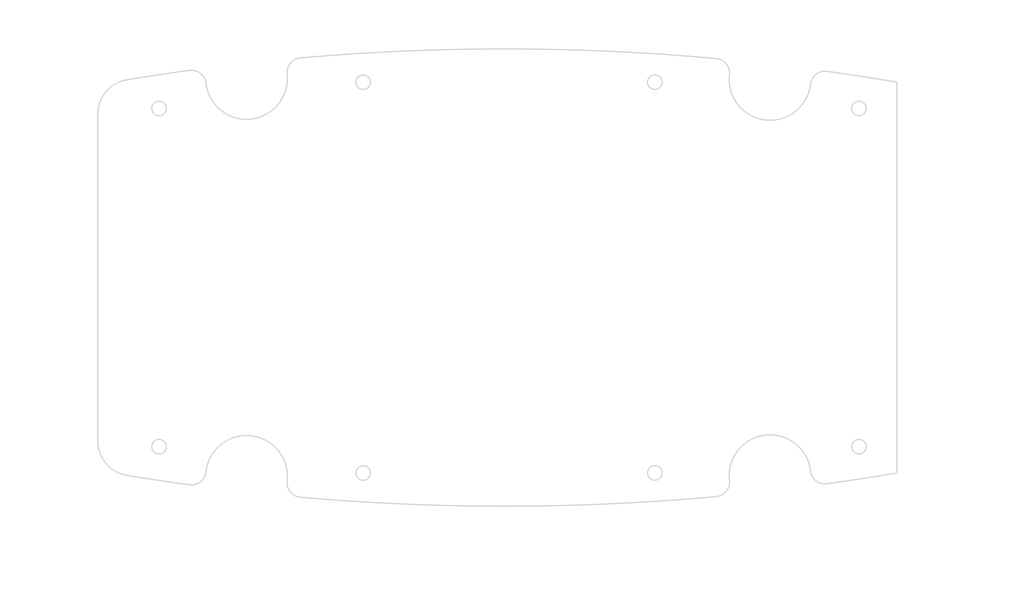
<source format=kicad_pcb>
(kicad_pcb (version 20171130) (host pcbnew "(5.1.0)-1")

  (general
    (thickness 1.6)
    (drawings 99)
    (tracks 0)
    (zones 0)
    (modules 0)
    (nets 1)
  )

  (page A4)
  (layers
    (0 F.Cu signal)
    (31 B.Cu signal)
    (32 B.Adhes user)
    (33 F.Adhes user)
    (34 B.Paste user)
    (35 F.Paste user)
    (36 B.SilkS user)
    (37 F.SilkS user)
    (38 B.Mask user)
    (39 F.Mask user)
    (40 Dwgs.User user)
    (41 Cmts.User user)
    (42 Eco1.User user)
    (43 Eco2.User user)
    (44 Edge.Cuts user)
    (45 Margin user)
    (46 B.CrtYd user)
    (47 F.CrtYd user)
    (48 B.Fab user)
    (49 F.Fab user)
  )

  (setup
    (last_trace_width 0.25)
    (trace_clearance 0.2)
    (zone_clearance 0.508)
    (zone_45_only no)
    (trace_min 0.2)
    (via_size 0.8)
    (via_drill 0.4)
    (via_min_size 0.4)
    (via_min_drill 0.3)
    (uvia_size 0.3)
    (uvia_drill 0.1)
    (uvias_allowed no)
    (uvia_min_size 0.2)
    (uvia_min_drill 0.1)
    (edge_width 0.05)
    (segment_width 0.2)
    (pcb_text_width 0.3)
    (pcb_text_size 1.5 1.5)
    (mod_edge_width 0.12)
    (mod_text_size 1 1)
    (mod_text_width 0.15)
    (pad_size 1.524 1.524)
    (pad_drill 0.762)
    (pad_to_mask_clearance 0.051)
    (solder_mask_min_width 0.25)
    (aux_axis_origin 0 0)
    (visible_elements FFFFFF7F)
    (pcbplotparams
      (layerselection 0x010fc_ffffffff)
      (usegerberextensions false)
      (usegerberattributes false)
      (usegerberadvancedattributes false)
      (creategerberjobfile false)
      (excludeedgelayer true)
      (linewidth 0.152400)
      (plotframeref false)
      (viasonmask false)
      (mode 1)
      (useauxorigin false)
      (hpglpennumber 1)
      (hpglpenspeed 20)
      (hpglpendiameter 15.000000)
      (psnegative false)
      (psa4output false)
      (plotreference true)
      (plotvalue true)
      (plotinvisibletext false)
      (padsonsilk false)
      (subtractmaskfromsilk false)
      (outputformat 1)
      (mirror false)
      (drillshape 1)
      (scaleselection 1)
      (outputdirectory ""))
  )

  (net 0 "")

  (net_class Default "This is the default net class."
    (clearance 0.2)
    (trace_width 0.25)
    (via_dia 0.8)
    (via_drill 0.4)
    (uvia_dia 0.3)
    (uvia_drill 0.1)
  )

  (gr_circle (center 91.796195 60.988648) (end 93.046195 60.988648) (layer Edge.Cuts) (width 0.2))
  (gr_circle (center 126.796195 56.488648) (end 128.046195 56.488648) (layer Edge.Cuts) (width 0.2))
  (gr_circle (center 176.796195 56.488648) (end 178.046195 56.488648) (layer Edge.Cuts) (width 0.2))
  (gr_circle (center 211.796195 60.988648) (end 213.046195 60.988648) (layer Edge.Cuts) (width 0.2))
  (gr_circle (center 91.796195 118.988648) (end 93.046195 118.988648) (layer Edge.Cuts) (width 0.2))
  (gr_circle (center 126.796195 123.488648) (end 128.046195 123.488648) (layer Edge.Cuts) (width 0.2))
  (gr_circle (center 176.796195 123.488648) (end 178.046195 123.488648) (layer Edge.Cuts) (width 0.2))
  (gr_circle (center 211.796195 118.988648) (end 213.046195 118.988648) (layer Edge.Cuts) (width 0.2))
  (gr_arc (start 151.054036 -270.311735) (end 116.017692 127.648947) (angle -10.24156702) (layer Edge.Cuts) (width 0.2))
  (gr_arc (start 116.236944 125.15858) (end 113.752536 124.879798) (angle -91.37118858) (layer Edge.Cuts) (width 0.2))
  (gr_arc (start 106.796195 124.09921) (end 113.752536 124.879798) (angle -180.0000009) (layer Edge.Cuts) (width 0.2))
  (gr_arc (start 97.355446 123.03984) (end 97.017294 125.516865) (angle -91.37118858) (layer Edge.Cuts) (width 0.2))
  (gr_arc (start 151.054036 -270.311735) (end 86.32403 123.909365) (angle -1.550893583) (layer Edge.Cuts) (width 0.2))
  (gr_arc (start 87.296195 117.988648) (end 81.296195 117.988648) (angle -80.67539795) (layer Edge.Cuts) (width 0.2))
  (gr_line (start 81.296195 61.988648) (end 81.296195 117.988648) (layer Edge.Cuts) (width 0.2))
  (gr_arc (start 87.296195 61.988648) (end 86.32403 56.067931) (angle -80.67539795) (layer Edge.Cuts) (width 0.2))
  (gr_arc (start 151.054036 450.289031) (end 97.017294 54.460432) (angle -1.550893583) (layer Edge.Cuts) (width 0.2))
  (gr_arc (start 97.355446 56.937457) (end 99.839854 56.658675) (angle -91.37118858) (layer Edge.Cuts) (width 0.2))
  (gr_arc (start 187.1058 125.047937) (end 187.332826 127.537607) (angle -91.37118858) (layer Edge.Cuts) (width 0.2))
  (gr_arc (start 196.543195 123.959093) (end 203.497065 123.156788) (angle -180) (layer Edge.Cuts) (width 0.2))
  (gr_arc (start 205.98059 122.87025) (end 203.497065 123.156788) (angle -91.37118858) (layer Edge.Cuts) (width 0.2))
  (gr_arc (start 151.054036 -270.311735) (end 206.326475 125.346207) (angle -1.737297275) (layer Edge.Cuts) (width 0.2))
  (gr_line (start 218.296195 123.488648) (end 218.296195 56.488648) (layer Edge.Cuts) (width 0.2))
  (gr_arc (start 151.054036 450.289031) (end 218.296195 56.488648) (angle -1.737297275) (layer Edge.Cuts) (width 0.2))
  (gr_arc (start 205.98059 57.107046) (end 206.326475 54.631089) (angle -91.37118858) (layer Edge.Cuts) (width 0.2))
  (gr_arc (start 196.543195 56.018203) (end 189.589325 55.215897) (angle -180) (layer Edge.Cuts) (width 0.2))
  (gr_arc (start 187.1058 54.929359) (end 189.589325 55.215897) (angle -91.37118858) (layer Edge.Cuts) (width 0.2))
  (gr_arc (start 151.054036 450.289031) (end 187.332826 52.439689) (angle -10.24156702) (layer Edge.Cuts) (width 0.2))
  (gr_arc (start 116.236944 54.818716) (end 116.017692 52.328349) (angle -91.37118858) (layer Edge.Cuts) (width 0.2))
  (gr_arc (start 106.796195 55.878086) (end 99.839854 56.658675) (angle -180) (layer Edge.Cuts) (width 0.2))
  (gr_text [.41] (at 74.679005 113.086359) (layer Dwgs.User)
    (effects (font (size 2 1.8) (thickness 0.25)))
  )
  (gr_text " 10.50" (at 74.679005 109.183494) (layer Dwgs.User)
    (effects (font (size 2 1.8) (thickness 0.25)))
  )
  (gr_line (start 81.296195 111.00464) (end 79.296195 111.00464) (layer Dwgs.User) (width 0.2))
  (gr_line (start 89.796195 111.00464) (end 83.296195 111.00464) (layer Dwgs.User) (width 0.2))
  (gr_line (start 91.796195 117.988648) (end 91.796195 107.82964) (layer Dwgs.User) (width 0.2))
  (gr_text [1.38] (at 198.046195 138.259616) (layer Dwgs.User)
    (effects (font (size 2 1.8) (thickness 0.25)))
  )
  (gr_text " 35.00" (at 198.046195 134.356069) (layer Dwgs.User)
    (effects (font (size 2 1.8) (thickness 0.25)))
  )
  (gr_line (start 178.796195 136.177897) (end 193.429005 136.177897) (layer Dwgs.User) (width 0.2))
  (gr_line (start 209.796195 136.177897) (end 202.663385 136.177897) (layer Dwgs.User) (width 0.2))
  (gr_line (start 176.796195 124.488648) (end 176.796195 139.352897) (layer Dwgs.User) (width 0.2))
  (gr_line (start 211.796195 119.988648) (end 211.796195 139.352897) (layer Dwgs.User) (width 0.2))
  (gr_text [2.64] (at 168.187688 86.046116) (layer Dwgs.User)
    (effects (font (size 2 1.8) (thickness 0.25)))
  )
  (gr_text " 67.00" (at 168.187688 82.143251) (layer Dwgs.User)
    (effects (font (size 2 1.8) (thickness 0.25)))
  )
  (gr_line (start 168.187688 121.488648) (end 168.187688 87.867262) (layer Dwgs.User) (width 0.2))
  (gr_line (start 168.187688 58.488648) (end 168.187688 80.061532) (layer Dwgs.User) (width 0.2))
  (gr_line (start 175.796195 123.488648) (end 165.012688 123.488648) (layer Dwgs.User) (width 0.2))
  (gr_line (start 175.796195 56.488648) (end 165.012688 56.488648) (layer Dwgs.User) (width 0.2))
  (gr_text [2.28] (at 76.341904 87.070367) (layer Dwgs.User)
    (effects (font (size 2 1.8) (thickness 0.25)))
  )
  (gr_text " 58.00" (at 76.341904 83.167502) (layer Dwgs.User)
    (effects (font (size 2 1.8) (thickness 0.25)))
  )
  (gr_line (start 76.341904 116.988648) (end 76.341904 88.891513) (layer Dwgs.User) (width 0.2))
  (gr_line (start 76.341904 62.988648) (end 76.341904 81.085783) (layer Dwgs.User) (width 0.2))
  (gr_line (start 90.796195 118.988648) (end 73.166904 118.988648) (layer Dwgs.User) (width 0.2))
  (gr_line (start 90.796195 60.988648) (end 73.166904 60.988648) (layer Dwgs.User) (width 0.2))
  (gr_text [1.97] (at 146.796195 138.65922) (layer Dwgs.User)
    (effects (font (size 2 1.8) (thickness 0.25)))
  )
  (gr_text " 50.00" (at 146.796195 134.756355) (layer Dwgs.User)
    (effects (font (size 2 1.8) (thickness 0.25)))
  )
  (gr_line (start 174.796195 136.577501) (end 151.413385 136.577501) (layer Dwgs.User) (width 0.2))
  (gr_line (start 128.796195 136.577501) (end 142.179005 136.577501) (layer Dwgs.User) (width 0.2))
  (gr_line (start 176.796195 124.488648) (end 176.796195 139.752501) (layer Dwgs.User) (width 0.2))
  (gr_line (start 126.796195 124.488648) (end 126.796195 139.752501) (layer Dwgs.User) (width 0.2))
  (gr_text [1.38] (at 105.546195 138.166409) (layer Dwgs.User)
    (effects (font (size 2 1.8) (thickness 0.25)))
  )
  (gr_text " 35.00" (at 105.546195 134.262862) (layer Dwgs.User)
    (effects (font (size 2 1.8) (thickness 0.25)))
  )
  (gr_line (start 124.796195 136.08469) (end 110.163385 136.08469) (layer Dwgs.User) (width 0.2))
  (gr_line (start 93.796195 136.08469) (end 100.929005 136.08469) (layer Dwgs.User) (width 0.2))
  (gr_line (start 126.796195 124.488648) (end 126.796195 139.25969) (layer Dwgs.User) (width 0.2))
  (gr_line (start 91.796195 119.988648) (end 91.796195 139.25969) (layer Dwgs.User) (width 0.2))
  (gr_text [R0.10] (at 104.791446 48.343745) (layer Dwgs.User)
    (effects (font (size 2 1.8) (thickness 0.25)))
  )
  (gr_text " R2.50" (at 104.791446 44.44088) (layer Dwgs.User)
    (effects (font (size 2 1.8) (thickness 0.25)))
  )
  (gr_line (start 111.91 46.262026) (end 114.206257 50.802959) (layer Dwgs.User) (width 0.2))
  (gr_line (start 109.91 46.262026) (end 111.91 46.262026) (layer Dwgs.User) (width 0.2))
  (gr_line (start 126.796195 56.578648) (end 126.796195 56.398648) (layer Dwgs.User) (width 0.2))
  (gr_line (start 126.706195 56.488648) (end 126.886195 56.488648) (layer Dwgs.User) (width 0.2))
  (gr_text " 8X ∅2.50\n[∅0.10]" (at 138.844486 45.61775) (layer Dwgs.User)
    (effects (font (size 2 1.8) (thickness 0.25)))
  )
  (gr_line (start 129.709043 45.61775) (end 127.637357 53.349389) (layer Dwgs.User) (width 0.2))
  (gr_line (start 131.820748 45.61775) (end 129.709043 45.61775) (layer Dwgs.User) (width 0.2))
  (gr_text [3.08] (at 151.559871 86.615193) (layer Dwgs.User)
    (effects (font (size 2 1.8) (thickness 0.25)))
  )
  (gr_text " 78.36" (at 151.559871 82.711646) (layer Dwgs.User)
    (effects (font (size 2 1.8) (thickness 0.25)))
  )
  (gr_line (start 151.559871 127.148389) (end 151.559871 88.437021) (layer Dwgs.User) (width 0.2))
  (gr_line (start 151.559871 52.789518) (end 151.559871 80.629927) (layer Dwgs.User) (width 0.2))
  (gr_line (start 146.409621 129.148389) (end 154.734871 129.148389) (layer Dwgs.User) (width 0.2))
  (gr_text [R0.28] (at 119.820369 70.969808) (layer Dwgs.User)
    (effects (font (size 2 1.8) (thickness 0.25)))
  )
  (gr_text " R7.00" (at 119.820369 67.066943) (layer Dwgs.User)
    (effects (font (size 2 1.8) (thickness 0.25)))
  )
  (gr_line (start 112.701815 68.888089) (end 110.516235 64.073286) (layer Dwgs.User) (width 0.2))
  (gr_line (start 114.701815 68.888089) (end 112.701815 68.888089) (layer Dwgs.User) (width 0.2))
  (gr_text [R0.24] (at 69.821288 56.317569) (layer Dwgs.User)
    (effects (font (size 2 1.8) (thickness 0.25)))
  )
  (gr_text " R6.00" (at 69.821288 52.414705) (layer Dwgs.User)
    (effects (font (size 2 1.8) (thickness 0.25)))
  )
  (gr_line (start 76.939842 54.23585) (end 80.891903 57.194376) (layer Dwgs.User) (width 0.2))
  (gr_line (start 74.939842 54.23585) (end 76.939842 54.23585) (layer Dwgs.User) (width 0.2))
  (gr_text [2.64] (at 235.361433 95.010595) (layer Dwgs.User)
    (effects (font (size 2 1.8) (thickness 0.25)))
  )
  (gr_text " 67.00" (at 235.361433 91.10773) (layer Dwgs.User)
    (effects (font (size 2 1.8) (thickness 0.25)))
  )
  (gr_line (start 235.361433 58.488648) (end 235.361433 89.026011) (layer Dwgs.User) (width 0.2))
  (gr_line (start 235.361433 121.488648) (end 235.361433 96.831741) (layer Dwgs.User) (width 0.2))
  (gr_line (start 219.296195 56.488648) (end 238.536433 56.488648) (layer Dwgs.User) (width 0.2))
  (gr_line (start 219.296195 123.488648) (end 238.536433 123.488648) (layer Dwgs.User) (width 0.2))
  (gr_text [5.39] (at 134.41185 143.178914) (layer Dwgs.User)
    (effects (font (size 2 1.8) (thickness 0.25)))
  )
  (gr_text " 137.00" (at 134.41185 139.275367) (layer Dwgs.User)
    (effects (font (size 2 1.8) (thickness 0.25)))
  )
  (gr_line (start 216.296195 141.097195) (end 139.805984 141.097195) (layer Dwgs.User) (width 0.2))
  (gr_line (start 83.296195 141.097195) (end 129.017716 141.097195) (layer Dwgs.User) (width 0.2))
  (gr_line (start 218.296195 124.488648) (end 218.296195 144.272195) (layer Dwgs.User) (width 0.2))
  (gr_line (start 81.296195 118.988648) (end 81.296195 144.272195) (layer Dwgs.User) (width 0.2))

)

</source>
